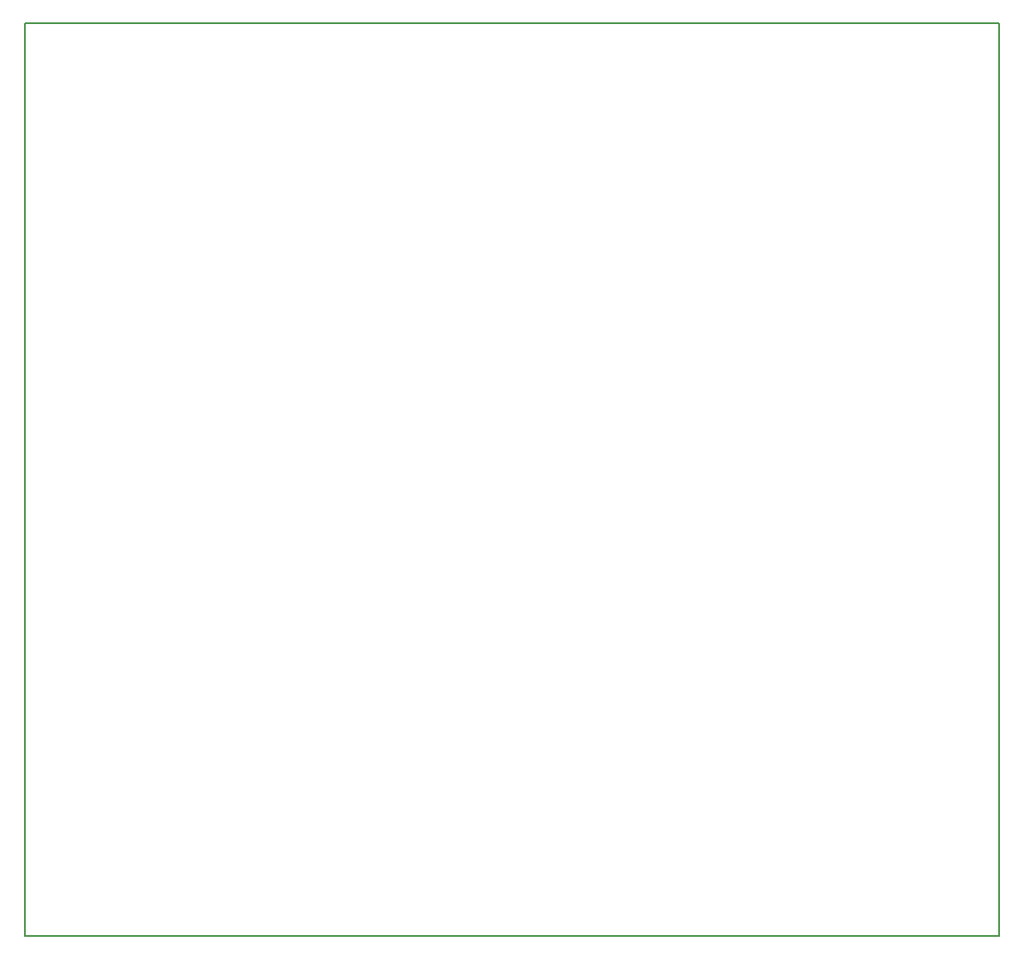
<source format=gbr>
%FSLAX34Y34*%
G04 Gerber Fmt 3.4, Leading zero omitted, Abs format*
G04 (created by PCBNEW (2014-05-23 BZR 4886)-product) date Sat 24 May 2014 10:50:35 PM CEST*
%MOIN*%
G01*
G70*
G90*
G04 APERTURE LIST*
%ADD10C,0.005906*%
G04 APERTURE END LIST*
G54D10*
X149015Y-34645D02*
X111220Y-34645D01*
X149015Y-70078D02*
X111220Y-70078D01*
X111220Y-70078D02*
X111220Y-34645D01*
X149015Y-34645D02*
X149015Y-70078D01*
M02*

</source>
